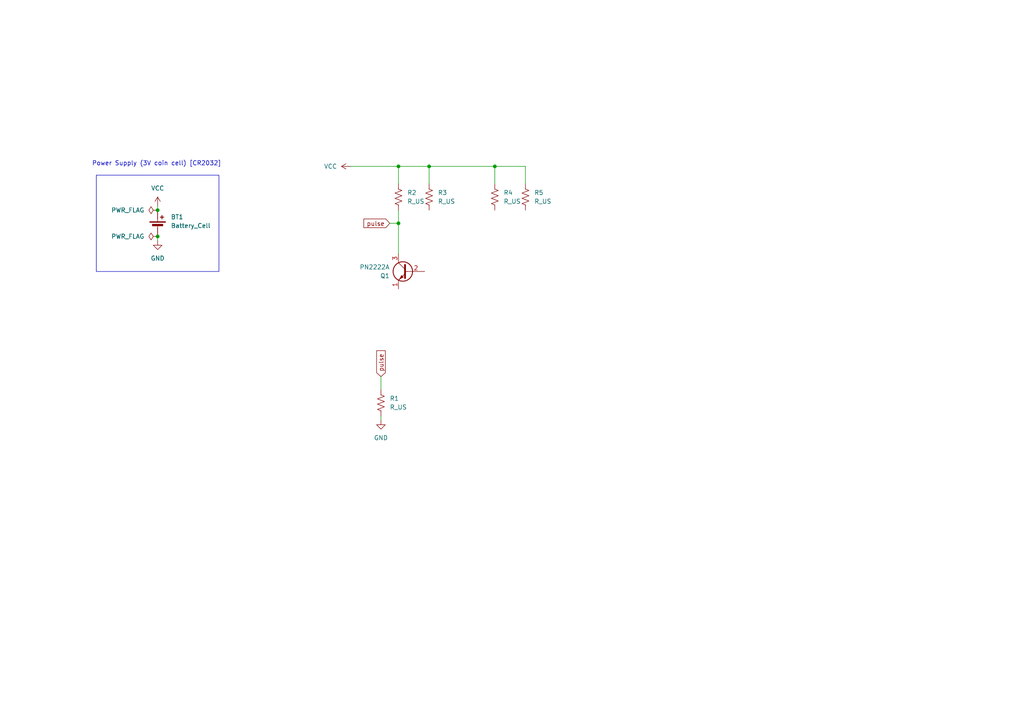
<source format=kicad_sch>
(kicad_sch (version 20230121) (generator eeschema)
  (paper "A4")
  (lib_symbols
    (symbol "Device:Battery_Cell" (pin_numbers hide) (pin_names (offset 0) hide)
      (property "Reference" "BT" (at 2.54 2.54 0))
      (property "Value" "Battery_Cell" (at 2.54 0 0))
      (symbol "Battery_Cell_0_1"
        (rectangle (start -2.286 1.778) (end 2.286 1.524) (fill (type outline)))
        (rectangle (start -1.524 1.016) (end 1.524 0.508) (fill (type outline)))
        (polyline (pts (xy 0 0.762) (xy 0 0)))
        (polyline (pts (xy 0 1.778) (xy 0 2.54)))
        (polyline (pts (xy 0.762 3.048) (xy 1.778 3.048)) (stroke (width 0.254)))
        (polyline (pts (xy 1.27 3.556) (xy 1.27 2.54)) (stroke (width 0.254)))
      )
      (symbol "Battery_Cell_1_1"
        (pin passive line (at 0 5.08 270) (length 2.54) (name "+") (number "1"))
        (pin passive line (at 0 -2.54 90) (length 2.54) (name "-") (number "2"))
      )
    )
    (symbol "Device:R_US" (pin_numbers hide) (pin_names (offset 0))
      (property "Reference" "R" (at 2.54 0 90))
      (property "Value" "R_US" (at -2.54 0 90))
      (symbol "R_US_0_1"
        (polyline (pts (xy 0 -2.286) (xy 0 -2.54)))
        (polyline (pts (xy 0 2.286) (xy 0 2.54)))
        (polyline (pts (xy 0 -0.762) (xy 1.016 -1.143) (xy 0 -1.524) (xy -1.016 -1.905) (xy 0 -2.286)))
        (polyline (pts (xy 0 0.762) (xy 1.016 0.381) (xy 0 0) (xy -1.016 -0.381) (xy 0 -0.762)))
        (polyline (pts (xy 0 2.286) (xy 1.016 1.905) (xy 0 1.524) (xy -1.016 1.143) (xy 0 0.762)))
      )
      (symbol "R_US_1_1"
        (pin passive line (at 0 3.81 270) (length 1.27) (name "~") (number "1"))
        (pin passive line (at 0 -3.81 90) (length 1.27) (name "~") (number "2"))
      )
    )
    (symbol "Transistor_BJT:PN2222A" (pin_names (offset 0) hide)
      (property "Reference" "Q" (at 5.08 1.905 0))
      (property "Value" "PN2222A" (at 5.08 0 0))
      (symbol "PN2222A_0_1"
        (polyline (pts (xy 0 0) (xy 0.635 0)))
        (polyline (pts (xy 2.54 -2.54) (xy 0.635 -0.635)))
        (polyline (pts (xy 2.54 2.54) (xy 0.635 0.635)))
        (polyline (pts (xy 0.635 1.905) (xy 0.635 -1.905) (xy 0.635 -1.905)) (stroke (width 0.508)))
        (polyline (pts (xy 2.413 -2.413) (xy 1.905 -1.905) (xy 1.905 -1.905)))
        (polyline (pts (xy 1.143 -1.651) (xy 1.651 -1.143) (xy 2.159 -2.159) (xy 1.143 -1.651) (xy 1.143 -1.651)) (fill (type outline)))
        (circle (center 1.27 0) (radius 2.8194) (stroke (width 0.254)))
      )
      (symbol "PN2222A_1_1"
        (pin passive line (at 2.54 -5.08 90) (length 2.54) (name "E") (number "1"))
        (pin input line (at -5.08 0 0) (length 5.08) (name "B") (number "2"))
        (pin passive line (at 2.54 5.08 270) (length 2.54) (name "C") (number "3"))
      )
    )
    (symbol "power:GND" (power) (pin_names (offset 0))
      (property "Value" "GND" (at 0 -3.81 0))
      (symbol "GND_0_1"
        (polyline (pts (xy 0 0) (xy 0 -1.27) (xy 1.27 -1.27) (xy 0 -2.54) (xy -1.27 -1.27) (xy 0 -1.27)))
      )
      (symbol "GND_1_1"
        (pin power_in line (at 0 0 270) (length 0) hide (name "GND") (number "1"))
      )
    )
    (symbol "power:PWR_FLAG" (power) (pin_numbers hide) (pin_names (offset 0) hide)
      (property "Value" "PWR_FLAG" (at 0 3.81 0))
      (symbol "PWR_FLAG_0_0"
        (pin power_out line (at 0 0 90) (length 0) (name "pwr") (number "1"))
      )
      (symbol "PWR_FLAG_0_1"
        (polyline (pts (xy 0 0) (xy 0 1.27) (xy -1.016 1.905) (xy 0 2.54) (xy 1.016 1.905) (xy 0 1.27)))
      )
    )
    (symbol "power:VCC" (power) (pin_names (offset 0))
      (property "Value" "VCC" (at 0 3.81 0))
      (symbol "VCC_0_1"
        (polyline (pts (xy -0.762 1.27) (xy 0 2.54)))
        (polyline (pts (xy 0 0) (xy 0 2.54)))
        (polyline (pts (xy 0 2.54) (xy 0.762 1.27)))
      )
      (symbol "VCC_1_1"
        (pin power_in line (at 0 0 90) (length 0) hide (name "VCC") (number "1"))
      )
    )
  )
  (junction (at 45.72 60.96))
  (junction (at 115.57 64.77))
  (junction (at 115.57 48.26))
  (junction (at 143.51 48.26))
  (junction (at 45.72 68.58))
  (junction (at 124.46 48.26))
  (wire (pts (xy 110.49 109.22) (xy 110.49 113.03)))
  (wire (pts (xy 101.6 48.26) (xy 115.57 48.26)))
  (wire (pts (xy 115.57 48.26) (xy 115.57 53.34)))
  (wire (pts (xy 143.51 48.26) (xy 124.46 48.26)))
  (wire (pts (xy 45.72 69.85) (xy 45.72 68.58)))
  (wire (pts (xy 115.57 48.26) (xy 124.46 48.26)))
  (wire (pts (xy 115.57 64.77) (xy 115.57 73.66)))
  (wire (pts (xy 115.57 60.96) (xy 115.57 64.77)))
  (wire (pts (xy 110.49 120.65) (xy 110.49 121.92)))
  (wire (pts (xy 45.72 59.69) (xy 45.72 60.96)))
  (wire (pts (xy 143.51 48.26) (xy 152.4 48.26)))
  (wire (pts (xy 152.4 48.26) (xy 152.4 53.34)))
  (wire (pts (xy 115.57 64.77) (xy 113.03 64.77)))
  (wire (pts (xy 143.51 48.26) (xy 143.51 53.34)))
  (wire (pts (xy 124.46 48.26) (xy 124.46 53.34)))
  (rectangle (start 27.94 50.8) (end 63.5 78.74))
  (text "Power Supply (3V coin cell) [CR2032]" (at 26.67 48.26 0) (effects (font (size 1.27 1.27)) (justify left bottom)))
  (global_label "pulse" (shape input) (at 113.03 64.77 180) (property "Intersheetrefs" "${INTERSHEET_REFS}" (effects hide)))
  (global_label "pulse" (shape input) (at 110.49 109.22 90) (property "Intersheetrefs" "${INTERSHEET_REFS}" (effects hide)))
  (symbol (lib_id "power:VCC") (at 45.72 59.69 0) (unit 1)
    (property "Reference" "#PWR03" (effects hide))
    (property "Value" "VCC" (at 45.72 54.61 0))
  )
  (symbol (lib_id "Device:Battery_Cell") (at 45.72 66.04 0) (unit 1)
    (property "Reference" "BT1" (at 49.53 62.9285 0) (effects (justify left)))
    (property "Value" "Battery_Cell" (at 49.53 65.4685 0) (effects (justify left)))
    (property "Footprint" "Battery:BatteryHolder_Keystone_3034_1x20mm" (effects hide))
  )
  (symbol (lib_id "Device:R_US") (at 110.49 116.84 0) (unit 1)
    (property "Reference" "R1" (at 113.03 115.57 0) (effects (justify left)))
    (property "Value" "R_US" (at 113.03 118.11 0) (effects (justify left)))
  )
  (symbol (lib_id "Device:R_US") (at 143.51 57.15 0) (unit 1)
    (property "Reference" "R4" (at 146.05 55.88 0) (effects (justify left)))
    (property "Value" "R_US" (at 146.05 58.42 0) (effects (justify left)))
  )
  (symbol (lib_id "Device:R_US") (at 124.46 57.15 0) (unit 1)
    (property "Reference" "R3" (at 127 55.88 0) (effects (justify left)))
    (property "Value" "R_US" (at 127 58.42 0) (effects (justify left)))
  )
  (symbol (lib_id "Device:R_US") (at 152.4 57.15 0) (unit 1)
    (property "Reference" "R5" (at 154.94 55.88 0) (effects (justify left)))
    (property "Value" "R_US" (at 154.94 58.42 0) (effects (justify left)))
  )
  (symbol (lib_id "Device:R_US") (at 115.57 57.15 0) (unit 1)
    (property "Reference" "R2" (at 118.11 55.88 0) (effects (justify left)))
    (property "Value" "R_US" (at 118.11 58.42 0) (effects (justify left)))
  )
  (symbol (lib_id "power:GND") (at 110.49 121.92 0) (unit 1)
    (property "Reference" "#PWR06" (effects hide))
    (property "Value" "GND" (at 110.49 127 0))
  )
  (symbol (lib_id "power:PWR_FLAG") (at 45.72 68.58 90) (unit 1)
    (property "Reference" "#FLG01" (effects hide))
    (property "Value" "PWR_FLAG" (at 41.91 68.58 90) (effects (justify left)))
  )
  (symbol (lib_id "Transistor_BJT:PN2222A") (at 118.11 78.74 0) (mirror y) (unit 1)
    (property "Reference" "Q1" (at 113.03 80.01 0) (effects (justify left)))
    (property "Value" "PN2222A" (at 113.03 77.47 0) (effects (justify left)))
    (property "Footprint" "Package_TO_SOT_THT:TO-92_Inline" (effects hide))
    (property "Datasheet" "https://www.onsemi.com/pub/Collateral/PN2222-D.PDF" (effects hide))
  )
  (symbol (lib_id "power:GND") (at 45.72 69.85 0) (unit 1)
    (property "Reference" "#PWR02" (effects hide))
    (property "Value" "GND" (at 45.72 74.93 0))
  )
  (symbol (lib_id "power:VCC") (at 101.6 48.26 90) (mirror x) (unit 1)
    (property "Reference" "#PWR01" (effects hide))
    (property "Value" "VCC" (at 97.79 48.26 90) (effects (justify left)))
  )
  (symbol (lib_id "power:PWR_FLAG") (at 45.72 60.96 90) (unit 1)
    (property "Reference" "#FLG02" (effects hide))
    (property "Value" "PWR_FLAG" (at 41.91 60.96 90) (effects (justify left)))
  )
)
</source>
